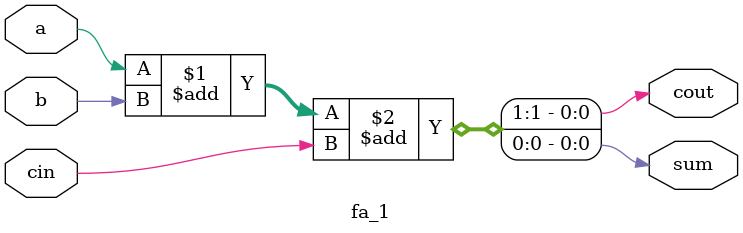
<source format=v>
module fa_1(output wire cout, sum, input wire a, b, cin);

    assign{cout,sum} = a + b + cin;

endmodule
</source>
